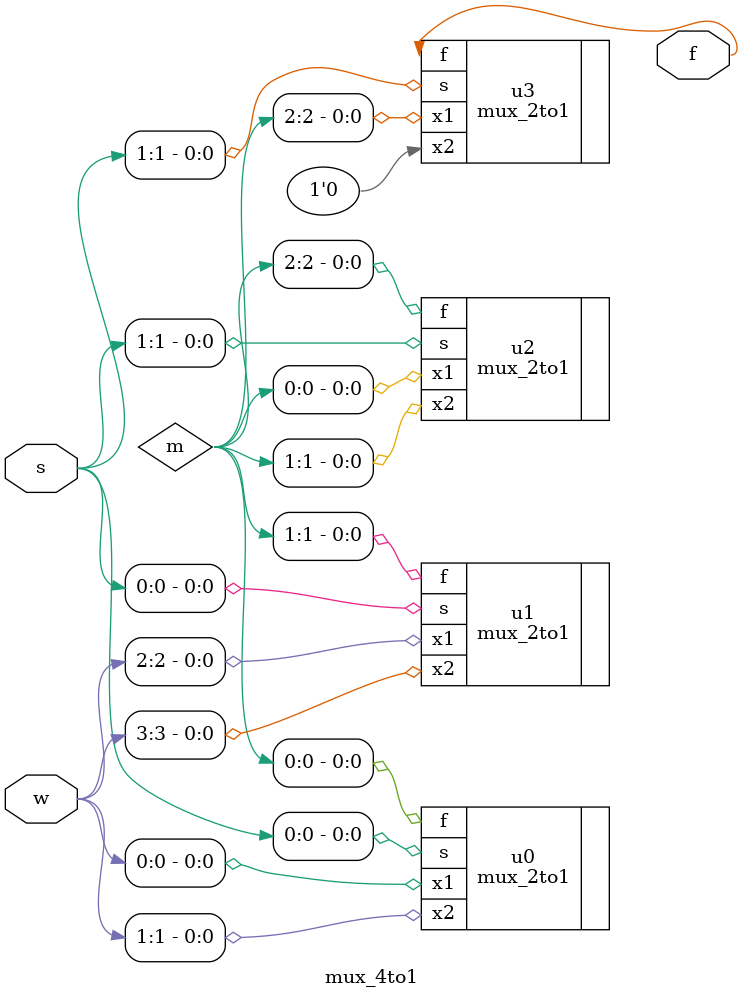
<source format=v>
module mux_4to1 (
    input wire [3:0] w,
    input wire [1:0] s,
    output wire f
);

wire [2:0] m;

mux_2to1 u0 (.x1(w[0]), .x2(w[1]), .s(s[0]), .f(m[0]));
mux_2to1 u1 (.x1(w[2]), .x2(w[3]), .s(s[0]), .f(m[1]));
mux_2to1 u2 (.x1(m[0]), .x2(m[1]), .s(s[1]), .f(m[2]));
mux_2to1 u3 (.x1(m[2]), .x2(1'b0), .s(s[1]), .f(f));

endmodule

</source>
